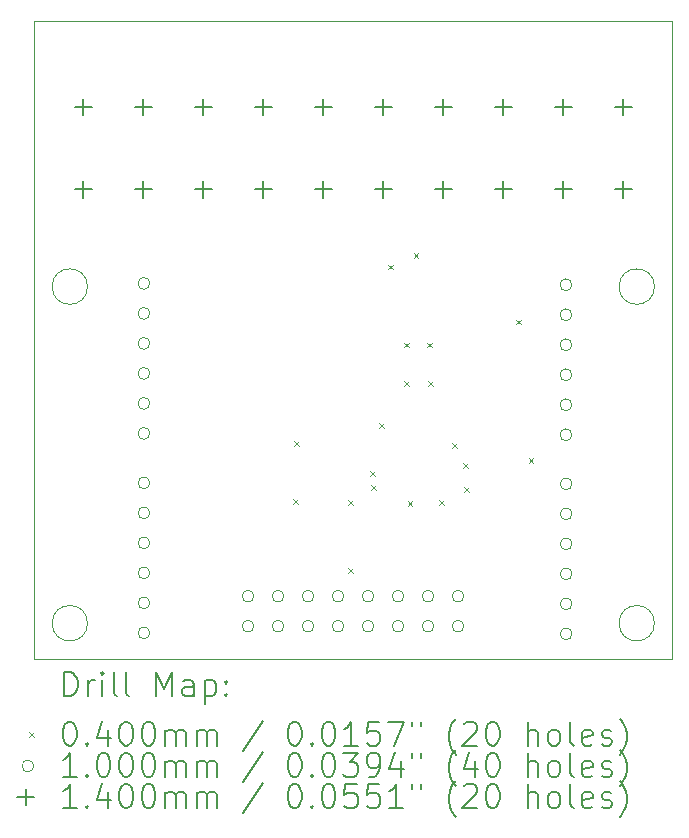
<source format=gbr>
%TF.GenerationSoftware,KiCad,Pcbnew,6.0.11+dfsg-1~bpo11+1*%
%TF.CreationDate,2023-04-06T13:38:25+02:00*%
%TF.ProjectId,aout-4_11,616f7574-2d34-45f3-9131-2e6b69636164,1.1*%
%TF.SameCoordinates,Original*%
%TF.FileFunction,Drillmap*%
%TF.FilePolarity,Positive*%
%FSLAX45Y45*%
G04 Gerber Fmt 4.5, Leading zero omitted, Abs format (unit mm)*
G04 Created by KiCad (PCBNEW 6.0.11+dfsg-1~bpo11+1) date 2023-04-06 13:38:25*
%MOMM*%
%LPD*%
G01*
G04 APERTURE LIST*
%ADD10C,0.100000*%
%ADD11C,0.050000*%
%ADD12C,0.200000*%
%ADD13C,0.040000*%
%ADD14C,0.140000*%
G04 APERTURE END LIST*
D10*
X11850000Y-12000000D02*
X17250000Y-12000000D01*
X17250000Y-12000000D02*
X17250000Y-6600000D01*
X17250000Y-6600000D02*
X11850000Y-6600000D01*
X11850000Y-6600000D02*
X11850000Y-12000000D01*
X17100000Y-11700000D02*
G75*
G03*
X17100000Y-11700000I-150000J0D01*
G01*
X12300000Y-11700000D02*
G75*
G03*
X12300000Y-11700000I-150000J0D01*
G01*
D11*
X17100000Y-8850000D02*
G75*
G03*
X17100000Y-8850000I-150000J0D01*
G01*
D10*
X12300000Y-8850000D02*
G75*
G03*
X12300000Y-8850000I-150000J0D01*
G01*
D12*
D13*
X14040000Y-10647000D02*
X14080000Y-10687000D01*
X14080000Y-10647000D02*
X14040000Y-10687000D01*
X14050000Y-10161000D02*
X14090000Y-10201000D01*
X14090000Y-10161000D02*
X14050000Y-10201000D01*
X14505000Y-10660000D02*
X14545000Y-10700000D01*
X14545000Y-10660000D02*
X14505000Y-10700000D01*
X14505000Y-11235000D02*
X14545000Y-11275000D01*
X14545000Y-11235000D02*
X14505000Y-11275000D01*
X14695000Y-10415000D02*
X14735000Y-10455000D01*
X14735000Y-10415000D02*
X14695000Y-10455000D01*
X14700000Y-10530000D02*
X14740000Y-10570000D01*
X14740000Y-10530000D02*
X14700000Y-10570000D01*
X14770000Y-10005000D02*
X14810000Y-10045000D01*
X14810000Y-10005000D02*
X14770000Y-10045000D01*
X14844000Y-8663000D02*
X14884000Y-8703000D01*
X14884000Y-8663000D02*
X14844000Y-8703000D01*
X14980000Y-9650000D02*
X15020000Y-9690000D01*
X15020000Y-9650000D02*
X14980000Y-9690000D01*
X14983550Y-9325000D02*
X15023550Y-9365000D01*
X15023550Y-9325000D02*
X14983550Y-9365000D01*
X15010000Y-10665000D02*
X15050000Y-10705000D01*
X15050000Y-10665000D02*
X15010000Y-10705000D01*
X15062000Y-8566000D02*
X15102000Y-8606000D01*
X15102000Y-8566000D02*
X15062000Y-8606000D01*
X15175000Y-9325000D02*
X15215000Y-9365000D01*
X15215000Y-9325000D02*
X15175000Y-9365000D01*
X15185000Y-9650000D02*
X15225000Y-9690000D01*
X15225000Y-9650000D02*
X15185000Y-9690000D01*
X15280000Y-10660000D02*
X15320000Y-10700000D01*
X15320000Y-10660000D02*
X15280000Y-10700000D01*
X15390000Y-10176000D02*
X15430000Y-10216000D01*
X15430000Y-10176000D02*
X15390000Y-10216000D01*
X15480000Y-10345000D02*
X15520000Y-10385000D01*
X15520000Y-10345000D02*
X15480000Y-10385000D01*
X15490000Y-10550000D02*
X15530000Y-10590000D01*
X15530000Y-10550000D02*
X15490000Y-10590000D01*
X15930000Y-9130000D02*
X15970000Y-9170000D01*
X15970000Y-9130000D02*
X15930000Y-9170000D01*
X16035000Y-10300000D02*
X16075000Y-10340000D01*
X16075000Y-10300000D02*
X16035000Y-10340000D01*
D10*
X12827500Y-8822500D02*
G75*
G03*
X12827500Y-8822500I-50000J0D01*
G01*
X12827500Y-9076500D02*
G75*
G03*
X12827500Y-9076500I-50000J0D01*
G01*
X12827500Y-9330500D02*
G75*
G03*
X12827500Y-9330500I-50000J0D01*
G01*
X12827500Y-9584500D02*
G75*
G03*
X12827500Y-9584500I-50000J0D01*
G01*
X12827500Y-9838500D02*
G75*
G03*
X12827500Y-9838500I-50000J0D01*
G01*
X12827500Y-10092500D02*
G75*
G03*
X12827500Y-10092500I-50000J0D01*
G01*
X12827500Y-10512500D02*
G75*
G03*
X12827500Y-10512500I-50000J0D01*
G01*
X12827500Y-10766500D02*
G75*
G03*
X12827500Y-10766500I-50000J0D01*
G01*
X12827500Y-11020500D02*
G75*
G03*
X12827500Y-11020500I-50000J0D01*
G01*
X12827500Y-11274500D02*
G75*
G03*
X12827500Y-11274500I-50000J0D01*
G01*
X12827500Y-11528500D02*
G75*
G03*
X12827500Y-11528500I-50000J0D01*
G01*
X12827500Y-11782500D02*
G75*
G03*
X12827500Y-11782500I-50000J0D01*
G01*
X13709000Y-11471000D02*
G75*
G03*
X13709000Y-11471000I-50000J0D01*
G01*
X13709000Y-11725000D02*
G75*
G03*
X13709000Y-11725000I-50000J0D01*
G01*
X13963000Y-11471000D02*
G75*
G03*
X13963000Y-11471000I-50000J0D01*
G01*
X13963000Y-11725000D02*
G75*
G03*
X13963000Y-11725000I-50000J0D01*
G01*
X14217000Y-11471000D02*
G75*
G03*
X14217000Y-11471000I-50000J0D01*
G01*
X14217000Y-11725000D02*
G75*
G03*
X14217000Y-11725000I-50000J0D01*
G01*
X14471000Y-11471000D02*
G75*
G03*
X14471000Y-11471000I-50000J0D01*
G01*
X14471000Y-11725000D02*
G75*
G03*
X14471000Y-11725000I-50000J0D01*
G01*
X14725000Y-11471000D02*
G75*
G03*
X14725000Y-11471000I-50000J0D01*
G01*
X14725000Y-11725000D02*
G75*
G03*
X14725000Y-11725000I-50000J0D01*
G01*
X14979000Y-11471000D02*
G75*
G03*
X14979000Y-11471000I-50000J0D01*
G01*
X14979000Y-11725000D02*
G75*
G03*
X14979000Y-11725000I-50000J0D01*
G01*
X15233000Y-11471000D02*
G75*
G03*
X15233000Y-11471000I-50000J0D01*
G01*
X15233000Y-11725000D02*
G75*
G03*
X15233000Y-11725000I-50000J0D01*
G01*
X15487000Y-11471000D02*
G75*
G03*
X15487000Y-11471000I-50000J0D01*
G01*
X15487000Y-11725000D02*
G75*
G03*
X15487000Y-11725000I-50000J0D01*
G01*
X16400000Y-8834000D02*
G75*
G03*
X16400000Y-8834000I-50000J0D01*
G01*
X16400000Y-9088000D02*
G75*
G03*
X16400000Y-9088000I-50000J0D01*
G01*
X16400000Y-9342000D02*
G75*
G03*
X16400000Y-9342000I-50000J0D01*
G01*
X16400000Y-9596000D02*
G75*
G03*
X16400000Y-9596000I-50000J0D01*
G01*
X16400000Y-9850000D02*
G75*
G03*
X16400000Y-9850000I-50000J0D01*
G01*
X16400000Y-10104000D02*
G75*
G03*
X16400000Y-10104000I-50000J0D01*
G01*
X16402500Y-10520000D02*
G75*
G03*
X16402500Y-10520000I-50000J0D01*
G01*
X16402500Y-10774000D02*
G75*
G03*
X16402500Y-10774000I-50000J0D01*
G01*
X16402500Y-11028000D02*
G75*
G03*
X16402500Y-11028000I-50000J0D01*
G01*
X16402500Y-11282000D02*
G75*
G03*
X16402500Y-11282000I-50000J0D01*
G01*
X16402500Y-11536000D02*
G75*
G03*
X16402500Y-11536000I-50000J0D01*
G01*
X16402500Y-11790000D02*
G75*
G03*
X16402500Y-11790000I-50000J0D01*
G01*
D14*
X12264000Y-7257750D02*
X12264000Y-7397750D01*
X12194000Y-7327750D02*
X12334000Y-7327750D01*
X12264000Y-7957750D02*
X12264000Y-8097750D01*
X12194000Y-8027750D02*
X12334000Y-8027750D01*
X12772000Y-7257750D02*
X12772000Y-7397750D01*
X12702000Y-7327750D02*
X12842000Y-7327750D01*
X12772000Y-7957750D02*
X12772000Y-8097750D01*
X12702000Y-8027750D02*
X12842000Y-8027750D01*
X13280000Y-7257750D02*
X13280000Y-7397750D01*
X13210000Y-7327750D02*
X13350000Y-7327750D01*
X13280000Y-7957750D02*
X13280000Y-8097750D01*
X13210000Y-8027750D02*
X13350000Y-8027750D01*
X13788000Y-7257750D02*
X13788000Y-7397750D01*
X13718000Y-7327750D02*
X13858000Y-7327750D01*
X13788000Y-7957750D02*
X13788000Y-8097750D01*
X13718000Y-8027750D02*
X13858000Y-8027750D01*
X14296000Y-7257750D02*
X14296000Y-7397750D01*
X14226000Y-7327750D02*
X14366000Y-7327750D01*
X14296000Y-7957750D02*
X14296000Y-8097750D01*
X14226000Y-8027750D02*
X14366000Y-8027750D01*
X14804000Y-7257750D02*
X14804000Y-7397750D01*
X14734000Y-7327750D02*
X14874000Y-7327750D01*
X14804000Y-7957750D02*
X14804000Y-8097750D01*
X14734000Y-8027750D02*
X14874000Y-8027750D01*
X15312000Y-7257750D02*
X15312000Y-7397750D01*
X15242000Y-7327750D02*
X15382000Y-7327750D01*
X15312000Y-7957750D02*
X15312000Y-8097750D01*
X15242000Y-8027750D02*
X15382000Y-8027750D01*
X15820000Y-7257750D02*
X15820000Y-7397750D01*
X15750000Y-7327750D02*
X15890000Y-7327750D01*
X15820000Y-7957750D02*
X15820000Y-8097750D01*
X15750000Y-8027750D02*
X15890000Y-8027750D01*
X16328000Y-7257750D02*
X16328000Y-7397750D01*
X16258000Y-7327750D02*
X16398000Y-7327750D01*
X16328000Y-7957750D02*
X16328000Y-8097750D01*
X16258000Y-8027750D02*
X16398000Y-8027750D01*
X16836000Y-7257750D02*
X16836000Y-7397750D01*
X16766000Y-7327750D02*
X16906000Y-7327750D01*
X16836000Y-7957750D02*
X16836000Y-8097750D01*
X16766000Y-8027750D02*
X16906000Y-8027750D01*
D12*
X12102619Y-12315476D02*
X12102619Y-12115476D01*
X12150238Y-12115476D01*
X12178809Y-12125000D01*
X12197857Y-12144048D01*
X12207381Y-12163095D01*
X12216905Y-12201190D01*
X12216905Y-12229762D01*
X12207381Y-12267857D01*
X12197857Y-12286905D01*
X12178809Y-12305952D01*
X12150238Y-12315476D01*
X12102619Y-12315476D01*
X12302619Y-12315476D02*
X12302619Y-12182143D01*
X12302619Y-12220238D02*
X12312143Y-12201190D01*
X12321667Y-12191667D01*
X12340714Y-12182143D01*
X12359762Y-12182143D01*
X12426428Y-12315476D02*
X12426428Y-12182143D01*
X12426428Y-12115476D02*
X12416905Y-12125000D01*
X12426428Y-12134524D01*
X12435952Y-12125000D01*
X12426428Y-12115476D01*
X12426428Y-12134524D01*
X12550238Y-12315476D02*
X12531190Y-12305952D01*
X12521667Y-12286905D01*
X12521667Y-12115476D01*
X12655000Y-12315476D02*
X12635952Y-12305952D01*
X12626428Y-12286905D01*
X12626428Y-12115476D01*
X12883571Y-12315476D02*
X12883571Y-12115476D01*
X12950238Y-12258333D01*
X13016905Y-12115476D01*
X13016905Y-12315476D01*
X13197857Y-12315476D02*
X13197857Y-12210714D01*
X13188333Y-12191667D01*
X13169286Y-12182143D01*
X13131190Y-12182143D01*
X13112143Y-12191667D01*
X13197857Y-12305952D02*
X13178809Y-12315476D01*
X13131190Y-12315476D01*
X13112143Y-12305952D01*
X13102619Y-12286905D01*
X13102619Y-12267857D01*
X13112143Y-12248809D01*
X13131190Y-12239286D01*
X13178809Y-12239286D01*
X13197857Y-12229762D01*
X13293095Y-12182143D02*
X13293095Y-12382143D01*
X13293095Y-12191667D02*
X13312143Y-12182143D01*
X13350238Y-12182143D01*
X13369286Y-12191667D01*
X13378809Y-12201190D01*
X13388333Y-12220238D01*
X13388333Y-12277381D01*
X13378809Y-12296428D01*
X13369286Y-12305952D01*
X13350238Y-12315476D01*
X13312143Y-12315476D01*
X13293095Y-12305952D01*
X13474048Y-12296428D02*
X13483571Y-12305952D01*
X13474048Y-12315476D01*
X13464524Y-12305952D01*
X13474048Y-12296428D01*
X13474048Y-12315476D01*
X13474048Y-12191667D02*
X13483571Y-12201190D01*
X13474048Y-12210714D01*
X13464524Y-12201190D01*
X13474048Y-12191667D01*
X13474048Y-12210714D01*
D13*
X11805000Y-12625000D02*
X11845000Y-12665000D01*
X11845000Y-12625000D02*
X11805000Y-12665000D01*
D12*
X12140714Y-12535476D02*
X12159762Y-12535476D01*
X12178809Y-12545000D01*
X12188333Y-12554524D01*
X12197857Y-12573571D01*
X12207381Y-12611667D01*
X12207381Y-12659286D01*
X12197857Y-12697381D01*
X12188333Y-12716428D01*
X12178809Y-12725952D01*
X12159762Y-12735476D01*
X12140714Y-12735476D01*
X12121667Y-12725952D01*
X12112143Y-12716428D01*
X12102619Y-12697381D01*
X12093095Y-12659286D01*
X12093095Y-12611667D01*
X12102619Y-12573571D01*
X12112143Y-12554524D01*
X12121667Y-12545000D01*
X12140714Y-12535476D01*
X12293095Y-12716428D02*
X12302619Y-12725952D01*
X12293095Y-12735476D01*
X12283571Y-12725952D01*
X12293095Y-12716428D01*
X12293095Y-12735476D01*
X12474048Y-12602143D02*
X12474048Y-12735476D01*
X12426428Y-12525952D02*
X12378809Y-12668809D01*
X12502619Y-12668809D01*
X12616905Y-12535476D02*
X12635952Y-12535476D01*
X12655000Y-12545000D01*
X12664524Y-12554524D01*
X12674048Y-12573571D01*
X12683571Y-12611667D01*
X12683571Y-12659286D01*
X12674048Y-12697381D01*
X12664524Y-12716428D01*
X12655000Y-12725952D01*
X12635952Y-12735476D01*
X12616905Y-12735476D01*
X12597857Y-12725952D01*
X12588333Y-12716428D01*
X12578809Y-12697381D01*
X12569286Y-12659286D01*
X12569286Y-12611667D01*
X12578809Y-12573571D01*
X12588333Y-12554524D01*
X12597857Y-12545000D01*
X12616905Y-12535476D01*
X12807381Y-12535476D02*
X12826428Y-12535476D01*
X12845476Y-12545000D01*
X12855000Y-12554524D01*
X12864524Y-12573571D01*
X12874048Y-12611667D01*
X12874048Y-12659286D01*
X12864524Y-12697381D01*
X12855000Y-12716428D01*
X12845476Y-12725952D01*
X12826428Y-12735476D01*
X12807381Y-12735476D01*
X12788333Y-12725952D01*
X12778809Y-12716428D01*
X12769286Y-12697381D01*
X12759762Y-12659286D01*
X12759762Y-12611667D01*
X12769286Y-12573571D01*
X12778809Y-12554524D01*
X12788333Y-12545000D01*
X12807381Y-12535476D01*
X12959762Y-12735476D02*
X12959762Y-12602143D01*
X12959762Y-12621190D02*
X12969286Y-12611667D01*
X12988333Y-12602143D01*
X13016905Y-12602143D01*
X13035952Y-12611667D01*
X13045476Y-12630714D01*
X13045476Y-12735476D01*
X13045476Y-12630714D02*
X13055000Y-12611667D01*
X13074048Y-12602143D01*
X13102619Y-12602143D01*
X13121667Y-12611667D01*
X13131190Y-12630714D01*
X13131190Y-12735476D01*
X13226428Y-12735476D02*
X13226428Y-12602143D01*
X13226428Y-12621190D02*
X13235952Y-12611667D01*
X13255000Y-12602143D01*
X13283571Y-12602143D01*
X13302619Y-12611667D01*
X13312143Y-12630714D01*
X13312143Y-12735476D01*
X13312143Y-12630714D02*
X13321667Y-12611667D01*
X13340714Y-12602143D01*
X13369286Y-12602143D01*
X13388333Y-12611667D01*
X13397857Y-12630714D01*
X13397857Y-12735476D01*
X13788333Y-12525952D02*
X13616905Y-12783095D01*
X14045476Y-12535476D02*
X14064524Y-12535476D01*
X14083571Y-12545000D01*
X14093095Y-12554524D01*
X14102619Y-12573571D01*
X14112143Y-12611667D01*
X14112143Y-12659286D01*
X14102619Y-12697381D01*
X14093095Y-12716428D01*
X14083571Y-12725952D01*
X14064524Y-12735476D01*
X14045476Y-12735476D01*
X14026428Y-12725952D01*
X14016905Y-12716428D01*
X14007381Y-12697381D01*
X13997857Y-12659286D01*
X13997857Y-12611667D01*
X14007381Y-12573571D01*
X14016905Y-12554524D01*
X14026428Y-12545000D01*
X14045476Y-12535476D01*
X14197857Y-12716428D02*
X14207381Y-12725952D01*
X14197857Y-12735476D01*
X14188333Y-12725952D01*
X14197857Y-12716428D01*
X14197857Y-12735476D01*
X14331190Y-12535476D02*
X14350238Y-12535476D01*
X14369286Y-12545000D01*
X14378809Y-12554524D01*
X14388333Y-12573571D01*
X14397857Y-12611667D01*
X14397857Y-12659286D01*
X14388333Y-12697381D01*
X14378809Y-12716428D01*
X14369286Y-12725952D01*
X14350238Y-12735476D01*
X14331190Y-12735476D01*
X14312143Y-12725952D01*
X14302619Y-12716428D01*
X14293095Y-12697381D01*
X14283571Y-12659286D01*
X14283571Y-12611667D01*
X14293095Y-12573571D01*
X14302619Y-12554524D01*
X14312143Y-12545000D01*
X14331190Y-12535476D01*
X14588333Y-12735476D02*
X14474048Y-12735476D01*
X14531190Y-12735476D02*
X14531190Y-12535476D01*
X14512143Y-12564048D01*
X14493095Y-12583095D01*
X14474048Y-12592619D01*
X14769286Y-12535476D02*
X14674048Y-12535476D01*
X14664524Y-12630714D01*
X14674048Y-12621190D01*
X14693095Y-12611667D01*
X14740714Y-12611667D01*
X14759762Y-12621190D01*
X14769286Y-12630714D01*
X14778809Y-12649762D01*
X14778809Y-12697381D01*
X14769286Y-12716428D01*
X14759762Y-12725952D01*
X14740714Y-12735476D01*
X14693095Y-12735476D01*
X14674048Y-12725952D01*
X14664524Y-12716428D01*
X14845476Y-12535476D02*
X14978809Y-12535476D01*
X14893095Y-12735476D01*
X15045476Y-12535476D02*
X15045476Y-12573571D01*
X15121667Y-12535476D02*
X15121667Y-12573571D01*
X15416905Y-12811667D02*
X15407381Y-12802143D01*
X15388333Y-12773571D01*
X15378809Y-12754524D01*
X15369286Y-12725952D01*
X15359762Y-12678333D01*
X15359762Y-12640238D01*
X15369286Y-12592619D01*
X15378809Y-12564048D01*
X15388333Y-12545000D01*
X15407381Y-12516428D01*
X15416905Y-12506905D01*
X15483571Y-12554524D02*
X15493095Y-12545000D01*
X15512143Y-12535476D01*
X15559762Y-12535476D01*
X15578809Y-12545000D01*
X15588333Y-12554524D01*
X15597857Y-12573571D01*
X15597857Y-12592619D01*
X15588333Y-12621190D01*
X15474048Y-12735476D01*
X15597857Y-12735476D01*
X15721667Y-12535476D02*
X15740714Y-12535476D01*
X15759762Y-12545000D01*
X15769286Y-12554524D01*
X15778809Y-12573571D01*
X15788333Y-12611667D01*
X15788333Y-12659286D01*
X15778809Y-12697381D01*
X15769286Y-12716428D01*
X15759762Y-12725952D01*
X15740714Y-12735476D01*
X15721667Y-12735476D01*
X15702619Y-12725952D01*
X15693095Y-12716428D01*
X15683571Y-12697381D01*
X15674048Y-12659286D01*
X15674048Y-12611667D01*
X15683571Y-12573571D01*
X15693095Y-12554524D01*
X15702619Y-12545000D01*
X15721667Y-12535476D01*
X16026428Y-12735476D02*
X16026428Y-12535476D01*
X16112143Y-12735476D02*
X16112143Y-12630714D01*
X16102619Y-12611667D01*
X16083571Y-12602143D01*
X16055000Y-12602143D01*
X16035952Y-12611667D01*
X16026428Y-12621190D01*
X16235952Y-12735476D02*
X16216905Y-12725952D01*
X16207381Y-12716428D01*
X16197857Y-12697381D01*
X16197857Y-12640238D01*
X16207381Y-12621190D01*
X16216905Y-12611667D01*
X16235952Y-12602143D01*
X16264524Y-12602143D01*
X16283571Y-12611667D01*
X16293095Y-12621190D01*
X16302619Y-12640238D01*
X16302619Y-12697381D01*
X16293095Y-12716428D01*
X16283571Y-12725952D01*
X16264524Y-12735476D01*
X16235952Y-12735476D01*
X16416905Y-12735476D02*
X16397857Y-12725952D01*
X16388333Y-12706905D01*
X16388333Y-12535476D01*
X16569286Y-12725952D02*
X16550238Y-12735476D01*
X16512143Y-12735476D01*
X16493095Y-12725952D01*
X16483571Y-12706905D01*
X16483571Y-12630714D01*
X16493095Y-12611667D01*
X16512143Y-12602143D01*
X16550238Y-12602143D01*
X16569286Y-12611667D01*
X16578809Y-12630714D01*
X16578809Y-12649762D01*
X16483571Y-12668809D01*
X16655000Y-12725952D02*
X16674048Y-12735476D01*
X16712143Y-12735476D01*
X16731190Y-12725952D01*
X16740714Y-12706905D01*
X16740714Y-12697381D01*
X16731190Y-12678333D01*
X16712143Y-12668809D01*
X16683571Y-12668809D01*
X16664524Y-12659286D01*
X16655000Y-12640238D01*
X16655000Y-12630714D01*
X16664524Y-12611667D01*
X16683571Y-12602143D01*
X16712143Y-12602143D01*
X16731190Y-12611667D01*
X16807381Y-12811667D02*
X16816905Y-12802143D01*
X16835952Y-12773571D01*
X16845476Y-12754524D01*
X16855000Y-12725952D01*
X16864524Y-12678333D01*
X16864524Y-12640238D01*
X16855000Y-12592619D01*
X16845476Y-12564048D01*
X16835952Y-12545000D01*
X16816905Y-12516428D01*
X16807381Y-12506905D01*
D10*
X11845000Y-12909000D02*
G75*
G03*
X11845000Y-12909000I-50000J0D01*
G01*
D12*
X12207381Y-12999476D02*
X12093095Y-12999476D01*
X12150238Y-12999476D02*
X12150238Y-12799476D01*
X12131190Y-12828048D01*
X12112143Y-12847095D01*
X12093095Y-12856619D01*
X12293095Y-12980428D02*
X12302619Y-12989952D01*
X12293095Y-12999476D01*
X12283571Y-12989952D01*
X12293095Y-12980428D01*
X12293095Y-12999476D01*
X12426428Y-12799476D02*
X12445476Y-12799476D01*
X12464524Y-12809000D01*
X12474048Y-12818524D01*
X12483571Y-12837571D01*
X12493095Y-12875667D01*
X12493095Y-12923286D01*
X12483571Y-12961381D01*
X12474048Y-12980428D01*
X12464524Y-12989952D01*
X12445476Y-12999476D01*
X12426428Y-12999476D01*
X12407381Y-12989952D01*
X12397857Y-12980428D01*
X12388333Y-12961381D01*
X12378809Y-12923286D01*
X12378809Y-12875667D01*
X12388333Y-12837571D01*
X12397857Y-12818524D01*
X12407381Y-12809000D01*
X12426428Y-12799476D01*
X12616905Y-12799476D02*
X12635952Y-12799476D01*
X12655000Y-12809000D01*
X12664524Y-12818524D01*
X12674048Y-12837571D01*
X12683571Y-12875667D01*
X12683571Y-12923286D01*
X12674048Y-12961381D01*
X12664524Y-12980428D01*
X12655000Y-12989952D01*
X12635952Y-12999476D01*
X12616905Y-12999476D01*
X12597857Y-12989952D01*
X12588333Y-12980428D01*
X12578809Y-12961381D01*
X12569286Y-12923286D01*
X12569286Y-12875667D01*
X12578809Y-12837571D01*
X12588333Y-12818524D01*
X12597857Y-12809000D01*
X12616905Y-12799476D01*
X12807381Y-12799476D02*
X12826428Y-12799476D01*
X12845476Y-12809000D01*
X12855000Y-12818524D01*
X12864524Y-12837571D01*
X12874048Y-12875667D01*
X12874048Y-12923286D01*
X12864524Y-12961381D01*
X12855000Y-12980428D01*
X12845476Y-12989952D01*
X12826428Y-12999476D01*
X12807381Y-12999476D01*
X12788333Y-12989952D01*
X12778809Y-12980428D01*
X12769286Y-12961381D01*
X12759762Y-12923286D01*
X12759762Y-12875667D01*
X12769286Y-12837571D01*
X12778809Y-12818524D01*
X12788333Y-12809000D01*
X12807381Y-12799476D01*
X12959762Y-12999476D02*
X12959762Y-12866143D01*
X12959762Y-12885190D02*
X12969286Y-12875667D01*
X12988333Y-12866143D01*
X13016905Y-12866143D01*
X13035952Y-12875667D01*
X13045476Y-12894714D01*
X13045476Y-12999476D01*
X13045476Y-12894714D02*
X13055000Y-12875667D01*
X13074048Y-12866143D01*
X13102619Y-12866143D01*
X13121667Y-12875667D01*
X13131190Y-12894714D01*
X13131190Y-12999476D01*
X13226428Y-12999476D02*
X13226428Y-12866143D01*
X13226428Y-12885190D02*
X13235952Y-12875667D01*
X13255000Y-12866143D01*
X13283571Y-12866143D01*
X13302619Y-12875667D01*
X13312143Y-12894714D01*
X13312143Y-12999476D01*
X13312143Y-12894714D02*
X13321667Y-12875667D01*
X13340714Y-12866143D01*
X13369286Y-12866143D01*
X13388333Y-12875667D01*
X13397857Y-12894714D01*
X13397857Y-12999476D01*
X13788333Y-12789952D02*
X13616905Y-13047095D01*
X14045476Y-12799476D02*
X14064524Y-12799476D01*
X14083571Y-12809000D01*
X14093095Y-12818524D01*
X14102619Y-12837571D01*
X14112143Y-12875667D01*
X14112143Y-12923286D01*
X14102619Y-12961381D01*
X14093095Y-12980428D01*
X14083571Y-12989952D01*
X14064524Y-12999476D01*
X14045476Y-12999476D01*
X14026428Y-12989952D01*
X14016905Y-12980428D01*
X14007381Y-12961381D01*
X13997857Y-12923286D01*
X13997857Y-12875667D01*
X14007381Y-12837571D01*
X14016905Y-12818524D01*
X14026428Y-12809000D01*
X14045476Y-12799476D01*
X14197857Y-12980428D02*
X14207381Y-12989952D01*
X14197857Y-12999476D01*
X14188333Y-12989952D01*
X14197857Y-12980428D01*
X14197857Y-12999476D01*
X14331190Y-12799476D02*
X14350238Y-12799476D01*
X14369286Y-12809000D01*
X14378809Y-12818524D01*
X14388333Y-12837571D01*
X14397857Y-12875667D01*
X14397857Y-12923286D01*
X14388333Y-12961381D01*
X14378809Y-12980428D01*
X14369286Y-12989952D01*
X14350238Y-12999476D01*
X14331190Y-12999476D01*
X14312143Y-12989952D01*
X14302619Y-12980428D01*
X14293095Y-12961381D01*
X14283571Y-12923286D01*
X14283571Y-12875667D01*
X14293095Y-12837571D01*
X14302619Y-12818524D01*
X14312143Y-12809000D01*
X14331190Y-12799476D01*
X14464524Y-12799476D02*
X14588333Y-12799476D01*
X14521667Y-12875667D01*
X14550238Y-12875667D01*
X14569286Y-12885190D01*
X14578809Y-12894714D01*
X14588333Y-12913762D01*
X14588333Y-12961381D01*
X14578809Y-12980428D01*
X14569286Y-12989952D01*
X14550238Y-12999476D01*
X14493095Y-12999476D01*
X14474048Y-12989952D01*
X14464524Y-12980428D01*
X14683571Y-12999476D02*
X14721667Y-12999476D01*
X14740714Y-12989952D01*
X14750238Y-12980428D01*
X14769286Y-12951857D01*
X14778809Y-12913762D01*
X14778809Y-12837571D01*
X14769286Y-12818524D01*
X14759762Y-12809000D01*
X14740714Y-12799476D01*
X14702619Y-12799476D01*
X14683571Y-12809000D01*
X14674048Y-12818524D01*
X14664524Y-12837571D01*
X14664524Y-12885190D01*
X14674048Y-12904238D01*
X14683571Y-12913762D01*
X14702619Y-12923286D01*
X14740714Y-12923286D01*
X14759762Y-12913762D01*
X14769286Y-12904238D01*
X14778809Y-12885190D01*
X14950238Y-12866143D02*
X14950238Y-12999476D01*
X14902619Y-12789952D02*
X14855000Y-12932809D01*
X14978809Y-12932809D01*
X15045476Y-12799476D02*
X15045476Y-12837571D01*
X15121667Y-12799476D02*
X15121667Y-12837571D01*
X15416905Y-13075667D02*
X15407381Y-13066143D01*
X15388333Y-13037571D01*
X15378809Y-13018524D01*
X15369286Y-12989952D01*
X15359762Y-12942333D01*
X15359762Y-12904238D01*
X15369286Y-12856619D01*
X15378809Y-12828048D01*
X15388333Y-12809000D01*
X15407381Y-12780428D01*
X15416905Y-12770905D01*
X15578809Y-12866143D02*
X15578809Y-12999476D01*
X15531190Y-12789952D02*
X15483571Y-12932809D01*
X15607381Y-12932809D01*
X15721667Y-12799476D02*
X15740714Y-12799476D01*
X15759762Y-12809000D01*
X15769286Y-12818524D01*
X15778809Y-12837571D01*
X15788333Y-12875667D01*
X15788333Y-12923286D01*
X15778809Y-12961381D01*
X15769286Y-12980428D01*
X15759762Y-12989952D01*
X15740714Y-12999476D01*
X15721667Y-12999476D01*
X15702619Y-12989952D01*
X15693095Y-12980428D01*
X15683571Y-12961381D01*
X15674048Y-12923286D01*
X15674048Y-12875667D01*
X15683571Y-12837571D01*
X15693095Y-12818524D01*
X15702619Y-12809000D01*
X15721667Y-12799476D01*
X16026428Y-12999476D02*
X16026428Y-12799476D01*
X16112143Y-12999476D02*
X16112143Y-12894714D01*
X16102619Y-12875667D01*
X16083571Y-12866143D01*
X16055000Y-12866143D01*
X16035952Y-12875667D01*
X16026428Y-12885190D01*
X16235952Y-12999476D02*
X16216905Y-12989952D01*
X16207381Y-12980428D01*
X16197857Y-12961381D01*
X16197857Y-12904238D01*
X16207381Y-12885190D01*
X16216905Y-12875667D01*
X16235952Y-12866143D01*
X16264524Y-12866143D01*
X16283571Y-12875667D01*
X16293095Y-12885190D01*
X16302619Y-12904238D01*
X16302619Y-12961381D01*
X16293095Y-12980428D01*
X16283571Y-12989952D01*
X16264524Y-12999476D01*
X16235952Y-12999476D01*
X16416905Y-12999476D02*
X16397857Y-12989952D01*
X16388333Y-12970905D01*
X16388333Y-12799476D01*
X16569286Y-12989952D02*
X16550238Y-12999476D01*
X16512143Y-12999476D01*
X16493095Y-12989952D01*
X16483571Y-12970905D01*
X16483571Y-12894714D01*
X16493095Y-12875667D01*
X16512143Y-12866143D01*
X16550238Y-12866143D01*
X16569286Y-12875667D01*
X16578809Y-12894714D01*
X16578809Y-12913762D01*
X16483571Y-12932809D01*
X16655000Y-12989952D02*
X16674048Y-12999476D01*
X16712143Y-12999476D01*
X16731190Y-12989952D01*
X16740714Y-12970905D01*
X16740714Y-12961381D01*
X16731190Y-12942333D01*
X16712143Y-12932809D01*
X16683571Y-12932809D01*
X16664524Y-12923286D01*
X16655000Y-12904238D01*
X16655000Y-12894714D01*
X16664524Y-12875667D01*
X16683571Y-12866143D01*
X16712143Y-12866143D01*
X16731190Y-12875667D01*
X16807381Y-13075667D02*
X16816905Y-13066143D01*
X16835952Y-13037571D01*
X16845476Y-13018524D01*
X16855000Y-12989952D01*
X16864524Y-12942333D01*
X16864524Y-12904238D01*
X16855000Y-12856619D01*
X16845476Y-12828048D01*
X16835952Y-12809000D01*
X16816905Y-12780428D01*
X16807381Y-12770905D01*
D14*
X11775000Y-13103000D02*
X11775000Y-13243000D01*
X11705000Y-13173000D02*
X11845000Y-13173000D01*
D12*
X12207381Y-13263476D02*
X12093095Y-13263476D01*
X12150238Y-13263476D02*
X12150238Y-13063476D01*
X12131190Y-13092048D01*
X12112143Y-13111095D01*
X12093095Y-13120619D01*
X12293095Y-13244428D02*
X12302619Y-13253952D01*
X12293095Y-13263476D01*
X12283571Y-13253952D01*
X12293095Y-13244428D01*
X12293095Y-13263476D01*
X12474048Y-13130143D02*
X12474048Y-13263476D01*
X12426428Y-13053952D02*
X12378809Y-13196809D01*
X12502619Y-13196809D01*
X12616905Y-13063476D02*
X12635952Y-13063476D01*
X12655000Y-13073000D01*
X12664524Y-13082524D01*
X12674048Y-13101571D01*
X12683571Y-13139667D01*
X12683571Y-13187286D01*
X12674048Y-13225381D01*
X12664524Y-13244428D01*
X12655000Y-13253952D01*
X12635952Y-13263476D01*
X12616905Y-13263476D01*
X12597857Y-13253952D01*
X12588333Y-13244428D01*
X12578809Y-13225381D01*
X12569286Y-13187286D01*
X12569286Y-13139667D01*
X12578809Y-13101571D01*
X12588333Y-13082524D01*
X12597857Y-13073000D01*
X12616905Y-13063476D01*
X12807381Y-13063476D02*
X12826428Y-13063476D01*
X12845476Y-13073000D01*
X12855000Y-13082524D01*
X12864524Y-13101571D01*
X12874048Y-13139667D01*
X12874048Y-13187286D01*
X12864524Y-13225381D01*
X12855000Y-13244428D01*
X12845476Y-13253952D01*
X12826428Y-13263476D01*
X12807381Y-13263476D01*
X12788333Y-13253952D01*
X12778809Y-13244428D01*
X12769286Y-13225381D01*
X12759762Y-13187286D01*
X12759762Y-13139667D01*
X12769286Y-13101571D01*
X12778809Y-13082524D01*
X12788333Y-13073000D01*
X12807381Y-13063476D01*
X12959762Y-13263476D02*
X12959762Y-13130143D01*
X12959762Y-13149190D02*
X12969286Y-13139667D01*
X12988333Y-13130143D01*
X13016905Y-13130143D01*
X13035952Y-13139667D01*
X13045476Y-13158714D01*
X13045476Y-13263476D01*
X13045476Y-13158714D02*
X13055000Y-13139667D01*
X13074048Y-13130143D01*
X13102619Y-13130143D01*
X13121667Y-13139667D01*
X13131190Y-13158714D01*
X13131190Y-13263476D01*
X13226428Y-13263476D02*
X13226428Y-13130143D01*
X13226428Y-13149190D02*
X13235952Y-13139667D01*
X13255000Y-13130143D01*
X13283571Y-13130143D01*
X13302619Y-13139667D01*
X13312143Y-13158714D01*
X13312143Y-13263476D01*
X13312143Y-13158714D02*
X13321667Y-13139667D01*
X13340714Y-13130143D01*
X13369286Y-13130143D01*
X13388333Y-13139667D01*
X13397857Y-13158714D01*
X13397857Y-13263476D01*
X13788333Y-13053952D02*
X13616905Y-13311095D01*
X14045476Y-13063476D02*
X14064524Y-13063476D01*
X14083571Y-13073000D01*
X14093095Y-13082524D01*
X14102619Y-13101571D01*
X14112143Y-13139667D01*
X14112143Y-13187286D01*
X14102619Y-13225381D01*
X14093095Y-13244428D01*
X14083571Y-13253952D01*
X14064524Y-13263476D01*
X14045476Y-13263476D01*
X14026428Y-13253952D01*
X14016905Y-13244428D01*
X14007381Y-13225381D01*
X13997857Y-13187286D01*
X13997857Y-13139667D01*
X14007381Y-13101571D01*
X14016905Y-13082524D01*
X14026428Y-13073000D01*
X14045476Y-13063476D01*
X14197857Y-13244428D02*
X14207381Y-13253952D01*
X14197857Y-13263476D01*
X14188333Y-13253952D01*
X14197857Y-13244428D01*
X14197857Y-13263476D01*
X14331190Y-13063476D02*
X14350238Y-13063476D01*
X14369286Y-13073000D01*
X14378809Y-13082524D01*
X14388333Y-13101571D01*
X14397857Y-13139667D01*
X14397857Y-13187286D01*
X14388333Y-13225381D01*
X14378809Y-13244428D01*
X14369286Y-13253952D01*
X14350238Y-13263476D01*
X14331190Y-13263476D01*
X14312143Y-13253952D01*
X14302619Y-13244428D01*
X14293095Y-13225381D01*
X14283571Y-13187286D01*
X14283571Y-13139667D01*
X14293095Y-13101571D01*
X14302619Y-13082524D01*
X14312143Y-13073000D01*
X14331190Y-13063476D01*
X14578809Y-13063476D02*
X14483571Y-13063476D01*
X14474048Y-13158714D01*
X14483571Y-13149190D01*
X14502619Y-13139667D01*
X14550238Y-13139667D01*
X14569286Y-13149190D01*
X14578809Y-13158714D01*
X14588333Y-13177762D01*
X14588333Y-13225381D01*
X14578809Y-13244428D01*
X14569286Y-13253952D01*
X14550238Y-13263476D01*
X14502619Y-13263476D01*
X14483571Y-13253952D01*
X14474048Y-13244428D01*
X14769286Y-13063476D02*
X14674048Y-13063476D01*
X14664524Y-13158714D01*
X14674048Y-13149190D01*
X14693095Y-13139667D01*
X14740714Y-13139667D01*
X14759762Y-13149190D01*
X14769286Y-13158714D01*
X14778809Y-13177762D01*
X14778809Y-13225381D01*
X14769286Y-13244428D01*
X14759762Y-13253952D01*
X14740714Y-13263476D01*
X14693095Y-13263476D01*
X14674048Y-13253952D01*
X14664524Y-13244428D01*
X14969286Y-13263476D02*
X14855000Y-13263476D01*
X14912143Y-13263476D02*
X14912143Y-13063476D01*
X14893095Y-13092048D01*
X14874048Y-13111095D01*
X14855000Y-13120619D01*
X15045476Y-13063476D02*
X15045476Y-13101571D01*
X15121667Y-13063476D02*
X15121667Y-13101571D01*
X15416905Y-13339667D02*
X15407381Y-13330143D01*
X15388333Y-13301571D01*
X15378809Y-13282524D01*
X15369286Y-13253952D01*
X15359762Y-13206333D01*
X15359762Y-13168238D01*
X15369286Y-13120619D01*
X15378809Y-13092048D01*
X15388333Y-13073000D01*
X15407381Y-13044428D01*
X15416905Y-13034905D01*
X15483571Y-13082524D02*
X15493095Y-13073000D01*
X15512143Y-13063476D01*
X15559762Y-13063476D01*
X15578809Y-13073000D01*
X15588333Y-13082524D01*
X15597857Y-13101571D01*
X15597857Y-13120619D01*
X15588333Y-13149190D01*
X15474048Y-13263476D01*
X15597857Y-13263476D01*
X15721667Y-13063476D02*
X15740714Y-13063476D01*
X15759762Y-13073000D01*
X15769286Y-13082524D01*
X15778809Y-13101571D01*
X15788333Y-13139667D01*
X15788333Y-13187286D01*
X15778809Y-13225381D01*
X15769286Y-13244428D01*
X15759762Y-13253952D01*
X15740714Y-13263476D01*
X15721667Y-13263476D01*
X15702619Y-13253952D01*
X15693095Y-13244428D01*
X15683571Y-13225381D01*
X15674048Y-13187286D01*
X15674048Y-13139667D01*
X15683571Y-13101571D01*
X15693095Y-13082524D01*
X15702619Y-13073000D01*
X15721667Y-13063476D01*
X16026428Y-13263476D02*
X16026428Y-13063476D01*
X16112143Y-13263476D02*
X16112143Y-13158714D01*
X16102619Y-13139667D01*
X16083571Y-13130143D01*
X16055000Y-13130143D01*
X16035952Y-13139667D01*
X16026428Y-13149190D01*
X16235952Y-13263476D02*
X16216905Y-13253952D01*
X16207381Y-13244428D01*
X16197857Y-13225381D01*
X16197857Y-13168238D01*
X16207381Y-13149190D01*
X16216905Y-13139667D01*
X16235952Y-13130143D01*
X16264524Y-13130143D01*
X16283571Y-13139667D01*
X16293095Y-13149190D01*
X16302619Y-13168238D01*
X16302619Y-13225381D01*
X16293095Y-13244428D01*
X16283571Y-13253952D01*
X16264524Y-13263476D01*
X16235952Y-13263476D01*
X16416905Y-13263476D02*
X16397857Y-13253952D01*
X16388333Y-13234905D01*
X16388333Y-13063476D01*
X16569286Y-13253952D02*
X16550238Y-13263476D01*
X16512143Y-13263476D01*
X16493095Y-13253952D01*
X16483571Y-13234905D01*
X16483571Y-13158714D01*
X16493095Y-13139667D01*
X16512143Y-13130143D01*
X16550238Y-13130143D01*
X16569286Y-13139667D01*
X16578809Y-13158714D01*
X16578809Y-13177762D01*
X16483571Y-13196809D01*
X16655000Y-13253952D02*
X16674048Y-13263476D01*
X16712143Y-13263476D01*
X16731190Y-13253952D01*
X16740714Y-13234905D01*
X16740714Y-13225381D01*
X16731190Y-13206333D01*
X16712143Y-13196809D01*
X16683571Y-13196809D01*
X16664524Y-13187286D01*
X16655000Y-13168238D01*
X16655000Y-13158714D01*
X16664524Y-13139667D01*
X16683571Y-13130143D01*
X16712143Y-13130143D01*
X16731190Y-13139667D01*
X16807381Y-13339667D02*
X16816905Y-13330143D01*
X16835952Y-13301571D01*
X16845476Y-13282524D01*
X16855000Y-13253952D01*
X16864524Y-13206333D01*
X16864524Y-13168238D01*
X16855000Y-13120619D01*
X16845476Y-13092048D01*
X16835952Y-13073000D01*
X16816905Y-13044428D01*
X16807381Y-13034905D01*
M02*

</source>
